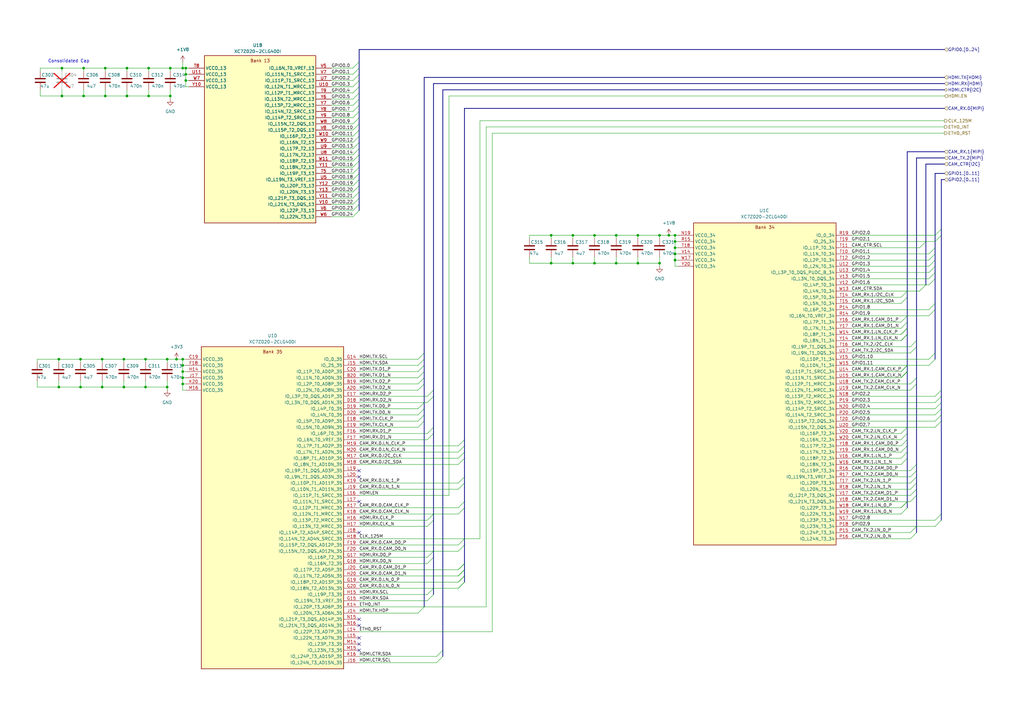
<source format=kicad_sch>
(kicad_sch (version 20250114) (generator "eeschema") (generator_version "9.0")
  (paper "A3")
  (title_block (title "Zynq FPGA IO") (date "2025-09-13") (rev "A"))
  (text "Consolidated Cap" (at 28.194 25.146 0) (effects (font (size 1.27 1.27))))
  (junction (at 252.73 107.95))
  (junction (at 76.2 33.02))
  (junction (at 261.62 96.52))
  (junction (at 68.58 147.32))
  (junction (at 41.91 147.32))
  (junction (at 276.86 99.06))
  (junction (at 261.62 107.95))
  (junction (at 276.86 101.6))
  (junction (at 33.02 158.75))
  (junction (at 59.69 158.75))
  (junction (at 60.96 39.37))
  (junction (at 50.8 158.75))
  (junction (at 69.85 39.37))
  (junction (at 43.18 39.37))
  (junction (at 34.29 27.94))
  (junction (at 60.96 27.94))
  (junction (at 74.93 147.32))
  (junction (at 234.95 96.52))
  (junction (at 276.86 106.68))
  (junction (at 234.95 107.95))
  (junction (at 74.93 154.94))
  (junction (at 50.8 147.32))
  (junction (at 74.93 149.86))
  (junction (at 74.93 157.48))
  (junction (at 25.4 39.37))
  (junction (at 74.93 152.4))
  (junction (at 52.07 39.37))
  (junction (at 270.51 107.95))
  (junction (at 226.06 96.52))
  (junction (at 25.4 27.94))
  (junction (at 270.51 96.52))
  (junction (at 274.32 96.52))
  (junction (at 72.39 147.32))
  (junction (at 33.02 147.32))
  (junction (at 226.06 107.95))
  (junction (at 252.73 96.52))
  (junction (at 74.93 27.94))
  (junction (at 59.69 147.32))
  (junction (at 24.13 147.32))
  (junction (at 52.07 27.94))
  (junction (at 76.2 30.48))
  (junction (at 68.58 158.75))
  (junction (at 276.86 96.52))
  (junction (at 76.2 27.94))
  (junction (at 41.91 158.75))
  (junction (at 43.18 27.94))
  (junction (at 276.86 104.14))
  (junction (at 243.84 107.95))
  (junction (at 34.29 39.37))
  (junction (at 243.84 96.52))
  (junction (at 69.85 27.94))
  (junction (at 24.13 158.75))
  (no_connect (at 147.32 256.54))
  (no_connect (at 147.32 261.62))
  (no_connect (at 147.32 205.74))
  (no_connect (at 147.32 264.16))
  (no_connect (at 147.32 266.7))
  (no_connect (at 147.32 193.04))
  (no_connect (at 147.32 195.58))
  (no_connect (at 147.32 254))
  (no_connect (at 147.32 218.44))
  (bus_entry (at 383.54 104.14) (size -2.54 2.54))
  (bus_entry (at 386.08 165.1) (size -2.54 2.54))
  (bus_entry (at 173.99 170.18) (size -2.54 2.54))
  (bus_entry (at 372.11 152.4) (size -2.54 2.54))
  (bus_entry (at 369.57 121.92) (size 2.54 -2.54))
  (bus_entry (at 372.11 132.08) (size -2.54 2.54))
  (bus_entry (at 177.8 177.8) (size -2.54 2.54))
  (bus_entry (at 190.5 185.42) (size -2.54 2.54))
  (bus_entry (at 190.5 233.68) (size -2.54 2.54))
  (bus_entry (at 177.8 160.02) (size -2.54 2.54))
  (bus_entry (at 383.54 111.76) (size -2.54 2.54))
  (bus_entry (at 375.92 198.12) (size -2.54 2.54))
  (bus_entry (at 147.32 68.58) (size -2.54 2.54))
  (bus_entry (at 372.11 134.62) (size -2.54 2.54))
  (bus_entry (at 383.54 101.6) (size -2.54 2.54))
  (bus_entry (at 147.32 30.48) (size -2.54 2.54))
  (bus_entry (at 372.11 152.4) (size -2.54 2.54))
  (bus_entry (at 190.5 231.14) (size -2.54 2.54))
  (bus_entry (at 177.8 226.06) (size -2.54 2.54))
  (bus_entry (at 177.8 213.36) (size -2.54 2.54))
  (bus_entry (at 171.45 152.4) (size 2.54 -2.54))
  (bus_entry (at 190.5 223.52) (size -2.54 2.54))
  (bus_entry (at 375.92 195.58) (size -2.54 2.54))
  (bus_entry (at 190.5 198.12) (size -2.54 2.54))
  (bus_entry (at 181.61 269.24) (size -2.54 2.54))
  (bus_entry (at 372.11 149.86) (size -2.54 2.54))
  (bus_entry (at 372.11 152.4) (size -2.54 2.54))
  (bus_entry (at 190.5 205.74) (size -2.54 2.54))
  (bus_entry (at 147.32 40.64) (size -2.54 2.54))
  (bus_entry (at 173.99 147.32) (size -2.54 2.54))
  (bus_entry (at 386.08 167.64) (size -2.54 2.54))
  (bus_entry (at 372.11 180.34) (size -2.54 2.54))
  (bus_entry (at 147.32 78.74) (size -2.54 2.54))
  (bus_entry (at 173.99 165.1) (size -2.54 2.54))
  (bus_entry (at 190.5 231.14) (size -2.54 2.54))
  (bus_entry (at 386.08 160.02) (size -2.54 2.54))
  (bus_entry (at 383.54 147.32) (size -2.54 2.54))
  (bus_entry (at 375.92 142.24) (size -2.54 2.54))
  (bus_entry (at 190.5 236.22) (size -2.54 2.54))
  (bus_entry (at 372.11 177.8) (size -2.54 2.54))
  (bus_entry (at 190.5 195.58) (size -2.54 2.54))
  (bus_entry (at 386.08 162.56) (size -2.54 2.54))
  (bus_entry (at 375.92 139.7) (size -2.54 2.54))
  (bus_entry (at 383.54 96.52) (size 2.54 -2.54))
  (bus_entry (at 379.73 99.06) (size -2.54 2.54))
  (bus_entry (at 372.11 208.28) (size -2.54 2.54))
  (bus_entry (at 375.92 200.66) (size -2.54 2.54))
  (bus_entry (at 375.92 154.94) (size -2.54 2.54))
  (bus_entry (at 147.32 50.8) (size -2.54 2.54))
  (bus_entry (at 190.5 238.76) (size -2.54 2.54))
  (bus_entry (at 383.54 109.22) (size -2.54 2.54))
  (bus_entry (at 369.57 124.46) (size 2.54 -2.54))
  (bus_entry (at 177.8 228.6) (size -2.54 2.54))
  (bus_entry (at 147.32 43.18) (size -2.54 2.54))
  (bus_entry (at 147.32 58.42) (size -2.54 2.54))
  (bus_entry (at 372.11 149.86) (size -2.54 2.54))
  (bus_entry (at 173.99 248.92) (size -2.54 2.54))
  (bus_entry (at 383.54 124.46) (size -2.54 2.54))
  (bus_entry (at 173.99 167.64) (size -2.54 2.54))
  (bus_entry (at 147.32 81.28) (size -2.54 2.54))
  (bus_entry (at 147.32 45.72) (size -2.54 2.54))
  (bus_entry (at 173.99 172.72) (size -2.54 2.54))
  (bus_entry (at 372.11 137.16) (size -2.54 2.54))
  (bus_entry (at 372.11 205.74) (size -2.54 2.54))
  (bus_entry (at 147.32 25.4) (size -2.54 2.54))
  (bus_entry (at 383.54 144.78) (size -2.54 2.54))
  (bus_entry (at 190.5 187.96) (size -2.54 2.54))
  (bus_entry (at 386.08 96.52) (size -2.54 2.54))
  (bus_entry (at 147.32 71.12) (size -2.54 2.54))
  (bus_entry (at 190.5 208.28) (size -2.54 2.54))
  (bus_entry (at 375.92 218.44) (size -2.54 2.54))
  (bus_entry (at 375.92 157.48) (size -2.54 2.54))
  (bus_entry (at 372.11 137.16) (size -2.54 2.54))
  (bus_entry (at 147.32 38.1) (size -2.54 2.54))
  (bus_entry (at 372.11 175.26) (size -2.54 2.54))
  (bus_entry (at 375.92 215.9) (size -2.54 2.54))
  (bus_entry (at 383.54 106.68) (size -2.54 2.54))
  (bus_entry (at 383.54 114.3) (size -2.54 2.54))
  (bus_entry (at 173.99 157.48) (size -2.54 2.54))
  (bus_entry (at 144.78 88.9) (size 2.54 -2.54))
  (bus_entry (at 147.32 63.5) (size -2.54 2.54))
  (bus_entry (at 147.32 76.2) (size -2.54 2.54))
  (bus_entry (at 173.99 154.94) (size -2.54 2.54))
  (bus_entry (at 147.32 33.02) (size -2.54 2.54))
  (bus_entry (at 375.92 190.5) (size -2.54 2.54))
  (bus_entry (at 173.99 144.78) (size -2.54 2.54))
  (bus_entry (at 147.32 60.96) (size -2.54 2.54))
  (bus_entry (at 147.32 35.56) (size -2.54 2.54))
  (bus_entry (at 175.26 213.36) (size 2.54 -2.54))
  (bus_entry (at 372.11 187.96) (size -2.54 2.54))
  (bus_entry (at 177.8 243.84) (size -2.54 2.54))
  (bus_entry (at 372.11 185.42) (size -2.54 2.54))
  (bus_entry (at 375.92 203.2) (size -2.54 2.54))
  (bus_entry (at 173.99 152.4) (size -2.54 2.54))
  (bus_entry (at 147.32 66.04) (size -2.54 2.54))
  (bus_entry (at 386.08 210.82) (size -2.54 2.54))
  (bus_entry (at 147.32 53.34) (size -2.54 2.54))
  (bus_entry (at 181.61 266.7) (size -2.54 2.54))
  (bus_entry (at 147.32 48.26) (size -2.54 2.54))
  (bus_entry (at 147.32 55.88) (size -2.54 2.54))
  (bus_entry (at 177.8 175.26) (size -2.54 2.54))
  (bus_entry (at 147.32 83.82) (size -2.54 2.54))
  (bus_entry (at 177.8 241.3) (size -2.54 2.54))
  (bus_entry (at 372.11 205.74) (size -2.54 2.54))
  (bus_entry (at 383.54 215.9) (size 2.54 -2.54))
  (bus_entry (at 386.08 172.72) (size -2.54 2.54))
  (bus_entry (at 147.32 73.66) (size -2.54 2.54))
  (bus_entry (at 372.11 129.54) (size -2.54 2.54))
  (bus_entry (at 190.5 233.68) (size -2.54 2.54))
  (bus_entry (at 372.11 134.62) (size -2.54 2.54))
  (bus_entry (at 190.5 180.34) (size -2.54 2.54))
  (bus_entry (at 372.11 182.88) (size -2.54 2.54))
  (bus_entry (at 190.5 220.98) (size -2.54 2.54))
  (bus_entry (at 190.5 236.22) (size -2.54 2.54))
  (bus_entry (at 177.8 162.56) (size -2.54 2.54))
  (bus_entry (at 377.19 119.38) (size 2.54 -2.54))
  (bus_entry (at 147.32 27.94) (size -2.54 2.54))
  (bus_entry (at 375.92 193.04) (size -2.54 2.54))
  (bus_entry (at 190.5 238.76) (size -2.54 2.54))
  (bus_entry (at 190.5 182.88) (size -2.54 2.54))
  (bus_entry (at 383.54 127) (size -2.54 2.54))
  (bus_entry (at 386.08 170.18) (size -2.54 2.54))
  (wire (pts (xy 41.91 158.75) (xy 50.8 158.75)))
  (wire (pts (xy 135.89 81.28) (xy 144.78 81.28)))
  (bus (pts (xy 383.54 109.22) (xy 383.54 111.76)))
  (wire (pts (xy 217.17 96.52) (xy 226.06 96.52)))
  (wire (pts (xy 349.25 114.3) (xy 381 114.3)))
  (wire (pts (xy 24.13 158.75) (xy 33.02 158.75)))
  (bus (pts (xy 372.11 121.92) (xy 372.11 129.54)))
  (wire (pts (xy 196.85 49.53) (xy 196.85 220.98)))
  (wire (pts (xy 147.32 149.86) (xy 171.45 149.86)))
  (wire (pts (xy 41.91 147.32) (xy 50.8 147.32)))
  (bus (pts (xy 190.5 236.22) (xy 190.5 238.76)))
  (bus (pts (xy 147.32 81.28) (xy 147.32 83.82)))
  (wire (pts (xy 375.92 215.9) (xy 383.54 215.9)))
  (wire (pts (xy 276.86 99.06) (xy 278.13 99.06)))
  (wire (pts (xy 349.25 200.66) (xy 373.38 200.66)))
  (bus (pts (xy 147.32 55.88) (xy 147.32 58.42)))
  (bus (pts (xy 383.54 101.6) (xy 383.54 104.14)))
  (wire (pts (xy 43.18 36.83) (xy 43.18 39.37)))
  (wire (pts (xy 135.89 50.8) (xy 144.78 50.8)))
  (wire (pts (xy 69.85 27.94) (xy 69.85 29.21)))
  (bus (pts (xy 383.54 104.14) (xy 383.54 106.68)))
  (bus (pts (xy 190.5 182.88) (xy 190.5 185.42)))
  (wire (pts (xy 147.32 226.06) (xy 177.8 226.06)))
  (bus (pts (xy 375.92 64.77) (xy 375.92 139.7)))
  (bus (pts (xy 375.92 200.66) (xy 375.92 198.12)))
  (bus (pts (xy 173.99 147.32) (xy 173.99 149.86)))
  (wire (pts (xy 261.62 96.52) (xy 270.51 96.52)))
  (wire (pts (xy 76.2 157.48) (xy 74.93 157.48)))
  (bus (pts (xy 375.92 215.9) (xy 375.92 203.2)))
  (bus (pts (xy 386.08 172.72) (xy 386.08 210.82)))
  (wire (pts (xy 276.86 101.6) (xy 278.13 101.6)))
  (wire (pts (xy 135.89 58.42) (xy 144.78 58.42)))
  (wire (pts (xy 276.86 106.68) (xy 276.86 109.22)))
  (bus (pts (xy 190.5 205.74) (xy 190.5 208.28)))
  (bus (pts (xy 375.92 203.2) (xy 375.92 200.66)))
  (wire (pts (xy 226.06 107.95) (xy 234.95 107.95)))
  (bus (pts (xy 147.32 40.64) (xy 147.32 43.18)))
  (wire (pts (xy 184.15 39.37) (xy 184.15 203.2)))
  (bus (pts (xy 190.5 44.45) (xy 190.5 180.34)))
  (wire (pts (xy 52.07 27.94) (xy 52.07 29.21)))
  (wire (pts (xy 349.25 195.58) (xy 373.38 195.58)))
  (wire (pts (xy 387.35 39.37) (xy 184.15 39.37)))
  (bus (pts (xy 386.08 162.56) (xy 386.08 165.1)))
  (bus (pts (xy 386.08 96.52) (xy 386.08 160.02)))
  (wire (pts (xy 147.32 147.32) (xy 171.45 147.32)))
  (bus (pts (xy 372.11 182.88) (xy 372.11 185.42)))
  (bus (pts (xy 147.32 53.34) (xy 147.32 55.88)))
  (wire (pts (xy 199.39 248.92) (xy 173.99 248.92)))
  (bus (pts (xy 147.32 25.4) (xy 147.32 27.94)))
  (wire (pts (xy 349.25 111.76) (xy 381 111.76)))
  (bus (pts (xy 375.92 190.5) (xy 375.92 157.48)))
  (bus (pts (xy 383.54 96.52) (xy 383.54 99.06)))
  (bus (pts (xy 190.5 220.98) (xy 190.5 223.52)))
  (wire (pts (xy 349.25 175.26) (xy 372.11 175.26)))
  (wire (pts (xy 16.51 27.94) (xy 25.4 27.94)))
  (bus (pts (xy 383.54 124.46) (xy 383.54 127)))
  (wire (pts (xy 383.54 96.52) (xy 349.25 96.52)))
  (wire (pts (xy 226.06 105.41) (xy 226.06 107.95)))
  (bus (pts (xy 375.92 218.44) (xy 375.92 215.9)))
  (bus (pts (xy 372.11 187.96) (xy 372.11 205.74)))
  (wire (pts (xy 243.84 97.79) (xy 243.84 96.52)))
  (bus (pts (xy 372.11 185.42) (xy 372.11 187.96)))
  (wire (pts (xy 349.25 149.86) (xy 372.11 149.86)))
  (wire (pts (xy 175.26 180.34) (xy 147.32 180.34)))
  (wire (pts (xy 278.13 109.22) (xy 276.86 109.22)))
  (wire (pts (xy 15.24 147.32) (xy 24.13 147.32)))
  (bus (pts (xy 383.54 106.68) (xy 383.54 109.22)))
  (bus (pts (xy 372.11 62.23) (xy 372.11 119.38)))
  (wire (pts (xy 74.93 147.32) (xy 76.2 147.32)))
  (bus (pts (xy 379.73 67.31) (xy 379.73 99.06)))
  (wire (pts (xy 349.25 210.82) (xy 369.57 210.82)))
  (wire (pts (xy 34.29 36.83) (xy 34.29 39.37)))
  (wire (pts (xy 147.32 215.9) (xy 175.26 215.9)))
  (wire (pts (xy 59.69 147.32) (xy 68.58 147.32)))
  (wire (pts (xy 187.96 223.52) (xy 147.32 223.52)))
  (wire (pts (xy 349.25 182.88) (xy 369.57 182.88)))
  (wire (pts (xy 252.73 105.41) (xy 252.73 107.95)))
  (bus (pts (xy 372.11 129.54) (xy 372.11 132.08)))
  (wire (pts (xy 16.51 29.21) (xy 16.51 27.94)))
  (wire (pts (xy 349.25 129.54) (xy 372.11 129.54)))
  (wire (pts (xy 135.89 53.34) (xy 144.78 53.34)))
  (wire (pts (xy 135.89 63.5) (xy 144.78 63.5)))
  (wire (pts (xy 59.69 147.32) (xy 59.69 148.59)))
  (wire (pts (xy 147.32 251.46) (xy 171.45 251.46)))
  (bus (pts (xy 386.08 170.18) (xy 386.08 172.72)))
  (wire (pts (xy 52.07 27.94) (xy 60.96 27.94)))
  (wire (pts (xy 234.95 96.52) (xy 234.95 97.79)))
  (wire (pts (xy 147.32 190.5) (xy 187.96 190.5)))
  (wire (pts (xy 372.11 149.86) (xy 381 149.86)))
  (bus (pts (xy 177.8 34.29) (xy 177.8 160.02)))
  (bus (pts (xy 147.32 45.72) (xy 147.32 48.26)))
  (wire (pts (xy 171.45 160.02) (xy 147.32 160.02)))
  (bus (pts (xy 147.32 20.32) (xy 147.32 25.4)))
  (wire (pts (xy 69.85 36.83) (xy 69.85 39.37)))
  (bus (pts (xy 387.35 31.75) (xy 173.99 31.75)))
  (wire (pts (xy 68.58 147.32) (xy 68.58 148.59)))
  (wire (pts (xy 349.25 157.48) (xy 373.38 157.48)))
  (wire (pts (xy 349.25 185.42) (xy 369.57 185.42)))
  (bus (pts (xy 375.92 193.04) (xy 375.92 190.5)))
  (bus (pts (xy 372.11 177.8) (xy 372.11 180.34)))
  (wire (pts (xy 349.25 121.92) (xy 369.57 121.92)))
  (wire (pts (xy 349.25 99.06) (xy 379.73 99.06)))
  (wire (pts (xy 135.89 88.9) (xy 144.78 88.9)))
  (wire (pts (xy 15.24 156.21) (xy 15.24 158.75)))
  (wire (pts (xy 349.25 144.78) (xy 373.38 144.78)))
  (wire (pts (xy 187.96 238.76) (xy 147.32 238.76)))
  (bus (pts (xy 173.99 31.75) (xy 173.99 144.78)))
  (wire (pts (xy 349.25 170.18) (xy 383.54 170.18)))
  (wire (pts (xy 74.93 25.4) (xy 74.93 27.94)))
  (bus (pts (xy 387.35 20.32) (xy 147.32 20.32)))
  (wire (pts (xy 147.32 233.68) (xy 187.96 233.68)))
  (bus (pts (xy 372.11 205.74) (xy 372.11 208.28)))
  (bus (pts (xy 190.5 195.58) (xy 190.5 198.12)))
  (wire (pts (xy 69.85 40.64) (xy 69.85 39.37)))
  (wire (pts (xy 74.93 147.32) (xy 74.93 149.86)))
  (wire (pts (xy 387.35 52.07) (xy 199.39 52.07)))
  (bus (pts (xy 383.54 111.76) (xy 383.54 114.3)))
  (wire (pts (xy 135.89 55.88) (xy 144.78 55.88)))
  (wire (pts (xy 76.2 30.48) (xy 77.47 30.48)))
  (wire (pts (xy 76.2 30.48) (xy 76.2 33.02)))
  (wire (pts (xy 349.25 154.94) (xy 369.57 154.94)))
  (wire (pts (xy 276.86 96.52) (xy 276.86 99.06)))
  (wire (pts (xy 24.13 156.21) (xy 24.13 158.75)))
  (wire (pts (xy 60.96 27.94) (xy 60.96 29.21)))
  (wire (pts (xy 349.25 190.5) (xy 369.57 190.5)))
  (wire (pts (xy 349.25 193.04) (xy 373.38 193.04)))
  (bus (pts (xy 173.99 152.4) (xy 173.99 154.94)))
  (wire (pts (xy 68.58 160.02) (xy 68.58 158.75)))
  (wire (pts (xy 349.25 137.16) (xy 369.57 137.16)))
  (wire (pts (xy 349.25 215.9) (xy 375.92 215.9)))
  (bus (pts (xy 173.99 172.72) (xy 173.99 248.92)))
  (bus (pts (xy 387.35 62.23) (xy 372.11 62.23)))
  (bus (pts (xy 147.32 30.48) (xy 147.32 33.02)))
  (bus (pts (xy 375.92 195.58) (xy 375.92 193.04)))
  (wire (pts (xy 261.62 96.52) (xy 261.62 97.79)))
  (bus (pts (xy 147.32 27.94) (xy 147.32 30.48)))
  (wire (pts (xy 76.2 35.56) (xy 77.47 35.56)))
  (wire (pts (xy 234.95 105.41) (xy 234.95 107.95)))
  (bus (pts (xy 190.5 223.52) (xy 190.5 231.14)))
  (wire (pts (xy 276.86 104.14) (xy 278.13 104.14)))
  (wire (pts (xy 372.11 129.54) (xy 381 129.54)))
  (wire (pts (xy 377.19 101.6) (xy 349.25 101.6)))
  (wire (pts (xy 349.25 187.96) (xy 369.57 187.96)))
  (wire (pts (xy 147.32 167.64) (xy 171.45 167.64)))
  (wire (pts (xy 34.29 27.94) (xy 34.29 29.21)))
  (wire (pts (xy 270.51 105.41) (xy 270.51 107.95)))
  (wire (pts (xy 135.89 35.56) (xy 144.78 35.56)))
  (wire (pts (xy 147.32 213.36) (xy 175.26 213.36)))
  (bus (pts (xy 387.35 44.45) (xy 190.5 44.45)))
  (wire (pts (xy 349.25 203.2) (xy 373.38 203.2)))
  (wire (pts (xy 349.25 132.08) (xy 369.57 132.08)))
  (wire (pts (xy 173.99 165.1) (xy 175.26 165.1)))
  (wire (pts (xy 135.89 48.26) (xy 144.78 48.26)))
  (wire (pts (xy 274.32 96.52) (xy 276.86 96.52)))
  (bus (pts (xy 372.11 137.16) (xy 372.11 149.86)))
  (wire (pts (xy 147.32 236.22) (xy 187.96 236.22)))
  (bus (pts (xy 147.32 38.1) (xy 147.32 40.64)))
  (wire (pts (xy 43.18 29.21) (xy 43.18 27.94)))
  (wire (pts (xy 34.29 39.37) (xy 43.18 39.37)))
  (wire (pts (xy 135.89 27.94) (xy 144.78 27.94)))
  (wire (pts (xy 50.8 147.32) (xy 59.69 147.32)))
  (wire (pts (xy 147.32 200.66) (xy 187.96 200.66)))
  (wire (pts (xy 147.32 182.88) (xy 187.96 182.88)))
  (bus (pts (xy 147.32 63.5) (xy 147.32 66.04)))
  (bus (pts (xy 386.08 73.66) (xy 386.08 93.98)))
  (wire (pts (xy 76.2 33.02) (xy 76.2 35.56)))
  (wire (pts (xy 278.13 106.68) (xy 276.86 106.68)))
  (wire (pts (xy 217.17 107.95) (xy 226.06 107.95)))
  (wire (pts (xy 261.62 107.95) (xy 270.51 107.95)))
  (wire (pts (xy 184.15 203.2) (xy 147.32 203.2)))
  (wire (pts (xy 349.25 165.1) (xy 383.54 165.1)))
  (wire (pts (xy 270.51 96.52) (xy 274.32 96.52)))
  (wire (pts (xy 175.26 162.56) (xy 147.32 162.56)))
  (wire (pts (xy 226.06 96.52) (xy 226.06 97.79)))
  (wire (pts (xy 135.89 83.82) (xy 144.78 83.82)))
  (bus (pts (xy 379.73 99.06) (xy 379.73 116.84)))
  (wire (pts (xy 33.02 147.32) (xy 41.91 147.32)))
  (wire (pts (xy 349.25 172.72) (xy 383.54 172.72)))
  (wire (pts (xy 349.25 213.36) (xy 383.54 213.36)))
  (wire (pts (xy 135.89 73.66) (xy 144.78 73.66)))
  (wire (pts (xy 179.07 271.78) (xy 147.32 271.78)))
  (wire (pts (xy 24.13 147.32) (xy 24.13 148.59)))
  (wire (pts (xy 33.02 147.32) (xy 33.02 148.59)))
  (bus (pts (xy 383.54 127) (xy 383.54 144.78)))
  (wire (pts (xy 199.39 52.07) (xy 199.39 248.92)))
  (wire (pts (xy 270.51 109.22) (xy 270.51 107.95)))
  (wire (pts (xy 372.11 175.26) (xy 383.54 175.26)))
  (wire (pts (xy 173.99 248.92) (xy 147.32 248.92)))
  (bus (pts (xy 375.92 64.77) (xy 387.35 64.77)))
  (wire (pts (xy 171.45 172.72) (xy 147.32 172.72)))
  (wire (pts (xy 135.89 66.04) (xy 144.78 66.04)))
  (bus (pts (xy 190.5 198.12) (xy 190.5 205.74)))
  (wire (pts (xy 196.85 220.98) (xy 190.5 220.98)))
  (wire (pts (xy 349.25 167.64) (xy 383.54 167.64)))
  (wire (pts (xy 25.4 27.94) (xy 25.4 29.21)))
  (bus (pts (xy 173.99 165.1) (xy 173.99 167.64)))
  (wire (pts (xy 177.8 241.3) (xy 187.96 241.3)))
  (wire (pts (xy 41.91 156.21) (xy 41.91 158.75)))
  (bus (pts (xy 383.54 114.3) (xy 383.54 124.46)))
  (wire (pts (xy 15.24 148.59) (xy 15.24 147.32)))
  (wire (pts (xy 135.89 40.64) (xy 144.78 40.64)))
  (wire (pts (xy 135.89 45.72) (xy 144.78 45.72)))
  (wire (pts (xy 261.62 105.41) (xy 261.62 107.95)))
  (wire (pts (xy 74.93 154.94) (xy 74.93 157.48)))
  (bus (pts (xy 190.5 233.68) (xy 190.5 236.22)))
  (wire (pts (xy 60.96 36.83) (xy 60.96 39.37)))
  (wire (pts (xy 16.51 39.37) (xy 25.4 39.37)))
  (wire (pts (xy 15.24 158.75) (xy 24.13 158.75)))
  (wire (pts (xy 60.96 27.94) (xy 69.85 27.94)))
  (bus (pts (xy 147.32 78.74) (xy 147.32 81.28)))
  (wire (pts (xy 349.25 160.02) (xy 373.38 160.02)))
  (wire (pts (xy 33.02 156.21) (xy 33.02 158.75)))
  (bus (pts (xy 387.35 36.83) (xy 181.61 36.83)))
  (wire (pts (xy 349.25 198.12) (xy 373.38 198.12)))
  (wire (pts (xy 349.25 162.56) (xy 383.54 162.56)))
  (wire (pts (xy 187.96 187.96) (xy 147.32 187.96)))
  (bus (pts (xy 372.11 132.08) (xy 372.11 134.62)))
  (wire (pts (xy 147.32 259.08) (xy 201.93 259.08)))
  (wire (pts (xy 179.07 269.24) (xy 147.32 269.24)))
  (bus (pts (xy 147.32 58.42) (xy 147.32 60.96)))
  (wire (pts (xy 50.8 156.21) (xy 50.8 158.75)))
  (wire (pts (xy 25.4 27.94) (xy 34.29 27.94)))
  (wire (pts (xy 68.58 147.32) (xy 72.39 147.32)))
  (bus (pts (xy 372.11 180.34) (xy 372.11 182.88)))
  (bus (pts (xy 181.61 36.83) (xy 181.61 266.7)))
  (bus (pts (xy 173.99 154.94) (xy 173.99 157.48)))
  (wire (pts (xy 147.32 177.8) (xy 175.26 177.8)))
  (bus (pts (xy 177.8 162.56) (xy 177.8 175.26)))
  (wire (pts (xy 349.25 109.22) (xy 381 109.22)))
  (bus (pts (xy 383.54 71.12) (xy 383.54 96.52)))
  (wire (pts (xy 381 127) (xy 349.25 127)))
  (bus (pts (xy 177.8 175.26) (xy 177.8 177.8)))
  (wire (pts (xy 135.89 86.36) (xy 144.78 86.36)))
  (bus (pts (xy 386.08 165.1) (xy 386.08 167.64)))
  (wire (pts (xy 252.73 107.95) (xy 261.62 107.95)))
  (bus (pts (xy 386.08 167.64) (xy 386.08 170.18)))
  (bus (pts (xy 177.8 210.82) (xy 177.8 213.36)))
  (bus (pts (xy 177.8 160.02) (xy 177.8 162.56)))
  (wire (pts (xy 252.73 96.52) (xy 261.62 96.52)))
  (bus (pts (xy 147.32 83.82) (xy 147.32 86.36)))
  (wire (pts (xy 187.96 226.06) (xy 177.8 226.06)))
  (wire (pts (xy 147.32 165.1) (xy 173.99 165.1)))
  (wire (pts (xy 349.25 218.44) (xy 373.38 218.44)))
  (wire (pts (xy 25.4 36.83) (xy 25.4 39.37)))
  (wire (pts (xy 147.32 220.98) (xy 190.5 220.98)))
  (wire (pts (xy 349.25 139.7) (xy 369.57 139.7)))
  (wire (pts (xy 147.32 185.42) (xy 187.96 185.42)))
  (wire (pts (xy 147.32 228.6) (xy 175.26 228.6)))
  (wire (pts (xy 52.07 36.83) (xy 52.07 39.37)))
  (wire (pts (xy 379.73 116.84) (xy 381 116.84)))
  (bus (pts (xy 147.32 76.2) (xy 147.32 78.74)))
  (wire (pts (xy 349.25 180.34) (xy 369.57 180.34)))
  (wire (pts (xy 147.32 231.14) (xy 175.26 231.14)))
  (wire (pts (xy 387.35 54.61) (xy 201.93 54.61)))
  (wire (pts (xy 349.25 142.24) (xy 373.38 142.24)))
  (wire (pts (xy 147.32 208.28) (xy 187.96 208.28)))
  (wire (pts (xy 147.32 170.18) (xy 171.45 170.18)))
  (wire (pts (xy 349.25 134.62) (xy 369.57 134.62)))
  (wire (pts (xy 201.93 54.61) (xy 201.93 259.08)))
  (wire (pts (xy 33.02 158.75) (xy 41.91 158.75)))
  (wire (pts (xy 349.25 119.38) (xy 372.11 119.38)))
  (wire (pts (xy 147.32 246.38) (xy 175.26 246.38)))
  (wire (pts (xy 349.25 116.84) (xy 379.73 116.84)))
  (wire (pts (xy 234.95 107.95) (xy 243.84 107.95)))
  (wire (pts (xy 68.58 156.21) (xy 68.58 158.75)))
  (bus (pts (xy 386.08 160.02) (xy 386.08 162.56)))
  (wire (pts (xy 76.2 27.94) (xy 77.47 27.94)))
  (bus (pts (xy 147.32 50.8) (xy 147.32 53.34)))
  (bus (pts (xy 383.54 99.06) (xy 383.54 101.6)))
  (wire (pts (xy 69.85 27.94) (xy 74.93 27.94)))
  (bus (pts (xy 173.99 149.86) (xy 173.99 152.4)))
  (bus (pts (xy 173.99 157.48) (xy 173.99 165.1)))
  (wire (pts (xy 243.84 107.95) (xy 252.73 107.95)))
  (wire (pts (xy 147.32 157.48) (xy 171.45 157.48)))
  (bus (pts (xy 372.11 175.26) (xy 372.11 177.8)))
  (wire (pts (xy 349.25 106.68) (xy 381 106.68)))
  (bus (pts (xy 147.32 43.18) (xy 147.32 45.72)))
  (wire (pts (xy 252.73 96.52) (xy 252.73 97.79)))
  (wire (pts (xy 349.25 205.74) (xy 372.11 205.74)))
  (wire (pts (xy 226.06 96.52) (xy 234.95 96.52)))
  (wire (pts (xy 147.32 210.82) (xy 177.8 210.82)))
  (wire (pts (xy 16.51 36.83) (xy 16.51 39.37)))
  (wire (pts (xy 276.86 96.52) (xy 278.13 96.52)))
  (bus (pts (xy 387.35 67.31) (xy 379.73 67.31)))
  (wire (pts (xy 74.93 154.94) (xy 76.2 154.94)))
  (wire (pts (xy 372.11 119.38) (xy 377.19 119.38)))
  (wire (pts (xy 59.69 156.21) (xy 59.69 158.75)))
  (bus (pts (xy 387.35 73.66) (xy 386.08 73.66)))
  (bus (pts (xy 177.8 177.8) (xy 177.8 210.82)))
  (wire (pts (xy 243.84 105.41) (xy 243.84 107.95)))
  (wire (pts (xy 243.84 96.52) (xy 252.73 96.52)))
  (wire (pts (xy 43.18 39.37) (xy 52.07 39.37)))
  (wire (pts (xy 59.69 158.75) (xy 68.58 158.75)))
  (bus (pts (xy 190.5 208.28) (xy 190.5 220.98)))
  (wire (pts (xy 276.86 106.68) (xy 276.86 104.14)))
  (wire (pts (xy 60.96 39.37) (xy 69.85 39.37)))
  (wire (pts (xy 50.8 158.75) (xy 59.69 158.75)))
  (wire (pts (xy 372.11 205.74) (xy 373.38 205.74)))
  (wire (pts (xy 74.93 160.02) (xy 74.93 157.48)))
  (wire (pts (xy 74.93 27.94) (xy 76.2 27.94)))
  (bus (pts (xy 147.32 71.12) (xy 147.32 73.66)))
  (wire (pts (xy 135.89 38.1) (xy 144.78 38.1)))
  (wire (pts (xy 349.25 147.32) (xy 381 147.32)))
  (wire (pts (xy 135.89 68.58) (xy 144.78 68.58)))
  (wire (pts (xy 74.93 152.4) (xy 76.2 152.4)))
  (wire (pts (xy 147.32 154.94) (xy 171.45 154.94)))
  (wire (pts (xy 147.32 198.12) (xy 187.96 198.12)))
  (bus (pts (xy 386.08 93.98) (xy 386.08 96.52)))
  (bus (pts (xy 190.5 180.34) (xy 190.5 182.88)))
  (wire (pts (xy 135.89 71.12) (xy 144.78 71.12)))
  (wire (pts (xy 50.8 147.32) (xy 50.8 148.59)))
  (bus (pts (xy 190.5 231.14) (xy 190.5 233.68)))
  (wire (pts (xy 34.29 27.94) (xy 43.18 27.94)))
  (bus (pts (xy 147.32 35.56) (xy 147.32 38.1)))
  (wire (pts (xy 177.8 210.82) (xy 187.96 210.82)))
  (bus (pts (xy 147.32 48.26) (xy 147.32 50.8)))
  (bus (pts (xy 147.32 73.66) (xy 147.32 76.2)))
  (wire (pts (xy 379.73 99.06) (xy 383.54 99.06)))
  (wire (pts (xy 270.51 96.52) (xy 270.51 97.79)))
  (bus (pts (xy 173.99 144.78) (xy 173.99 147.32)))
  (wire (pts (xy 147.32 241.3) (xy 177.8 241.3)))
  (bus (pts (xy 375.92 157.48) (xy 375.92 154.94)))
  (bus (pts (xy 190.5 185.42) (xy 190.5 187.96)))
  (wire (pts (xy 74.93 152.4) (xy 74.93 154.94)))
  (wire (pts (xy 147.32 243.84) (xy 175.26 243.84)))
  (wire (pts (xy 387.35 49.53) (xy 196.85 49.53)))
  (wire (pts (xy 74.93 149.86) (xy 74.93 152.4)))
  (bus (pts (xy 147.32 68.58) (xy 147.32 71.12)))
  (wire (pts (xy 234.95 96.52) (xy 243.84 96.52)))
  (bus (pts (xy 372.11 152.4) (xy 372.11 175.26)))
  (bus (pts (xy 375.92 198.12) (xy 375.92 195.58)))
  (wire (pts (xy 52.07 39.37) (xy 60.96 39.37)))
  (bus (pts (xy 147.32 60.96) (xy 147.32 63.5)))
  (wire (pts (xy 217.17 105.41) (xy 217.17 107.95)))
  (bus (pts (xy 375.92 139.7) (xy 375.92 142.24)))
  (bus (pts (xy 372.11 134.62) (xy 372.11 137.16)))
  (wire (pts (xy 74.93 149.86) (xy 76.2 149.86)))
  (wire (pts (xy 25.4 39.37) (xy 34.29 39.37)))
  (wire (pts (xy 135.89 76.2) (xy 144.78 76.2)))
  (wire (pts (xy 24.13 147.32) (xy 33.02 147.32)))
  (wire (pts (xy 349.25 208.28) (xy 369.57 208.28)))
  (wire (pts (xy 76.2 33.02) (xy 77.47 33.02)))
  (wire (pts (xy 349.25 220.98) (xy 373.38 220.98)))
  (wire (pts (xy 147.32 175.26) (xy 171.45 175.26)))
  (bus (pts (xy 190.5 187.96) (xy 190.5 195.58)))
  (wire (pts (xy 276.86 99.06) (xy 276.86 101.6)))
  (wire (pts (xy 135.89 43.18) (xy 144.78 43.18)))
  (bus (pts (xy 386.08 210.82) (xy 386.08 213.36)))
  (wire (pts (xy 76.2 160.02) (xy 74.93 160.02)))
  (bus (pts (xy 387.35 71.12) (xy 383.54 71.12)))
  (bus (pts (xy 181.61 266.7) (xy 181.61 269.24)))
  (wire (pts (xy 349.25 104.14) (xy 381 104.14)))
  (wire (pts (xy 43.18 27.94) (xy 52.07 27.94)))
  (bus (pts (xy 372.11 149.86) (xy 372.11 152.4)))
  (wire (pts (xy 276.86 101.6) (xy 276.86 104.14)))
  (wire (pts (xy 135.89 30.48) (xy 144.78 30.48)))
  (bus (pts (xy 387.35 34.29) (xy 177.8 34.29)))
  (bus (pts (xy 383.54 144.78) (xy 383.54 147.32)))
  (wire (pts (xy 349.25 152.4) (xy 369.57 152.4)))
  (bus (pts (xy 177.8 213.36) (xy 177.8 226.06)))
  (bus (pts (xy 173.99 167.64) (xy 173.99 170.18)))
  (bus (pts (xy 177.8 226.06) (xy 177.8 228.6)))
  (wire (pts (xy 76.2 27.94) (xy 76.2 30.48)))
  (wire (pts (xy 349.25 177.8) (xy 369.57 177.8)))
  (wire (pts (xy 72.39 147.32) (xy 74.93 147.32)))
  (wire (pts (xy 135.89 33.02) (xy 144.78 33.02)))
  (bus (pts (xy 375.92 142.24) (xy 375.92 154.94)))
  (bus (pts (xy 177.8 228.6) (xy 177.8 241.3)))
  (wire (pts (xy 217.17 97.79) (xy 217.17 96.52)))
  (bus (pts (xy 147.32 33.02) (xy 147.32 35.56)))
  (bus (pts (xy 177.8 241.3) (xy 177.8 243.84)))
  (wire (pts (xy 147.32 152.4) (xy 171.45 152.4)))
  (wire (pts (xy 41.91 148.59) (xy 41.91 147.32)))
  (wire (pts (xy 135.89 60.96) (xy 144.78 60.96)))
  (bus (pts (xy 147.32 66.04) (xy 147.32 68.58)))
  (bus (pts (xy 173.99 170.18) (xy 173.99 172.72)))
  (wire (pts (xy 135.89 78.74) (xy 144.78 78.74)))
  (wire (pts (xy 349.25 124.46) (xy 369.57 124.46)))
  (bus (pts (xy 372.11 119.38) (xy 372.11 121.92)))
  (label "HDMI.RX.CLK_N" (at 147.32 215.9 0))
  (label "HDMI.RX.D1_N" (at 147.32 180.34 0))
  (label "CAM_RX.1.CAM_D0_N" (at 349.25 185.42 0))
  (label "CAM_TX.2.CAM_D0_N" (at 349.25 195.58 0))
  (label "CAM_TX.2.LN_1_N" (at 349.25 200.66 0))
  (label "CAM_RX.0.LN_1_P" (at 147.32 198.12 0))
  (label "GPIO2.9" (at 349.25 215.9 0))
  (label "GPIO0.12" (at 135.89 58.42 0))
  (label "CAM_RX.1.I2C_CLK" (at 349.25 121.92 0))
  (label "GPIO0.15" (at 135.89 66.04 0))
  (label "GPIO1.2" (at 349.25 106.68 0))
  (label "HDMI.RX.D1_P" (at 147.32 177.8 0))
  (label "HDMI.TX.D1_N" (at 147.32 154.94 0))
  (label "GPIO0.21" (at 135.89 81.28 0))
  (label "GPIO0.2" (at 135.89 33.02 0))
  (label "CAM_RX.0.CAM_D1_P" (at 147.32 233.68 0))
  (label "CAM_RX.1.I2C_SDA" (at 349.25 124.46 0))
  (label "CAM_RX.0.LN_CLK_N" (at 147.32 185.42 0))
  (label "HDMI.RX.D0_P" (at 147.32 228.6 0))
  (label "GPIO2.6" (at 349.25 172.72 0))
  (label "CAM_RX.0.CAM_D0_P" (at 147.32 223.52 0))
  (label "HDMI.RX.D0_N" (at 147.32 231.14 0))
  (label "CAM_TX.2.CAM_CLK_P" (at 349.25 157.48 0))
  (label "CAM_TX.2.LN_CLK_P" (at 349.25 177.8 0))
  (label "GPIO1.5" (at 349.25 114.3 0))
  (label "HDMI.TX.SDA" (at 147.32 149.86 0))
  (label "GPIO0.5" (at 135.89 40.64 0))
  (label "GPIO2.1" (at 349.25 99.06 0))
  (label "HDMI.RX.SCL" (at 147.32 243.84 0))
  (label "CAM_RX.0.LN_CLK_P" (at 147.32 182.88 0))
  (label "CAM_RX.0.CAM_CLK_N" (at 147.32 210.82 0))
  (label "CAM_TX.2.CAM_D1_N" (at 349.25 205.74 0))
  (label "GPIO0.22" (at 135.89 83.82 0))
  (label "CLK_125M" (at 147.32 220.98 0))
  (label "GPIO0.1" (at 135.89 30.48 0))
  (label "ETH0_RST" (at 147.32 259.08 0))
  (label "CAM_RX.1.LN_1_N" (at 349.25 190.5 0))
  (label "HDMI.TX.D2_P" (at 147.32 157.48 0))
  (label "GPIO0.6" (at 135.89 43.18 0))
  (label "CAM_RX.1.CAM_CLK_N" (at 349.25 154.94 0))
  (label "CAM_TX.2.LN_0_P" (at 349.25 218.44 0))
  (label "GPIO0.11" (at 135.89 55.88 0))
  (label "CAM_RX.1.CAM_D1_P" (at 349.25 132.08 0))
  (label "GPIO2.0" (at 349.25 96.52 0))
  (label "CAM_RX.1.LN_1_P" (at 349.25 187.96 0))
  (label "HDMI.TX.SCL" (at 147.32 147.32 0))
  (label "HDMI.TX.D0_N" (at 147.32 170.18 0))
  (label "CAM_TX.2.LN_CLK_N" (at 349.25 180.34 0))
  (label "GPIO0.20" (at 135.89 78.74 0))
  (label "CAM_RX.0.LN_0_N" (at 147.32 241.3 0))
  (label "GPIO2.4" (at 349.25 167.64 0))
  (label "GPIO0.23" (at 135.89 86.36 0))
  (label "HDMI.RX.SDA" (at 147.32 246.38 0))
  (label "CAM_RX.1.LN_0_N" (at 349.25 210.82 0))
  (label "GPIO2.2" (at 349.25 162.56 0))
  (label "GPIO1.3" (at 349.25 109.22 0))
  (label "CAM_RX.0.CAM_CLK_P" (at 147.32 208.28 0))
  (label "GPIO1.11" (at 349.25 149.86 0))
  (label "CAM_TX.2.CAM_D1_P" (at 349.25 203.2 0))
  (label "CAM_TX.2.CAM_CLK_N" (at 349.25 160.02 0))
  (label "HDMI.TX.CLK_N" (at 147.32 175.26 0))
  (label "GPIO0.4" (at 135.89 38.1 0))
  (label "CAM_RX.0.I2C_CLK" (at 147.32 187.96 0))
  (label "GPIO0.16" (at 135.89 68.58 0))
  (label "GPIO0.7" (at 135.89 45.72 0))
  (label "HDMI.RX.D2_P" (at 147.32 162.56 0))
  (label "CAM_TX.2.LN_0_N" (at 349.25 220.98 0))
  (label "HDMI.EN" (at 147.32 203.2 0))
  (label "GPIO1.8" (at 349.25 127 0))
  (label "GPIO0.17" (at 135.89 71.12 0))
  (label "HDMI.RX.D2_N" (at 147.32 165.1 0))
  (label "CAM_RX.1.LN_CLK_P" (at 349.25 137.16 0))
  (label "GPIO0.9" (at 135.89 50.8 0))
  (label "HDMI.TX.D2_N" (at 147.32 160.02 0))
  (label "GPIO1.10" (at 349.25 147.32 0))
  (label "CAM_TX.2.LN_1_P" (at 349.25 198.12 0))
  (label "GPIO0.19" (at 135.89 76.2 0))
  (label "CAM_TX.2.I2C_CLK" (at 349.25 142.24 0))
  (label "GPIO2.3" (at 349.25 165.1 0))
  (label "GPIO0.14" (at 135.89 63.5 0))
  (label "GPIO0.13" (at 135.89 60.96 0))
  (label "GPIO1.6" (at 349.25 116.84 0))
  (label "CAM_CTR.SDA" (at 349.25 119.38 0))
  (label "HDMI.CTR.SDA" (at 147.32 269.24 0))
  (label "GPIO0.24" (at 135.89 88.9 0))
  (label "CAM_RX.1.CAM_D0_P" (at 349.25 182.88 0))
  (label "CAM_RX.0.LN_0_P" (at 147.32 238.76 0))
  (label "HDMI.TX.HDP" (at 147.32 251.46 0))
  (label "CAM_RX.1.CAM_CLK_P" (at 349.25 152.4 0))
  (label "GPIO2.8" (at 349.25 213.36 0))
  (label "GPIO1.9" (at 349.25 129.54 0))
  (label "GPIO2.7" (at 349.25 175.26 0))
  (label "GPIO0.0" (at 135.89 27.94 0))
  (label "GPIO0.18" (at 135.89 73.66 0))
  (label "HDMI.CTR.SCL" (at 147.32 271.78 0))
  (label "GPIO1.4" (at 349.25 111.76 0))
  (label "CAM_TX.2.CAM_D0_P" (at 349.25 193.04 0))
  (label "CAM_CTR.SCL" (at 349.25 101.6 0))
  (label "CAM_RX.0.LN_1_N" (at 147.32 200.66 0))
  (label "GPIO2.5" (at 349.25 170.18 0))
  (label "CAM_RX.1.LN_0_P" (at 349.25 208.28 0))
  (label "CAM_TX.2.I2C_SDA" (at 349.25 144.78 0))
  (label "HDMI.TX.CLK_P" (at 147.32 172.72 0))
  (label "CAM_RX.0.CAM_D0_N" (at 147.32 226.06 0))
  (label "ETH0_INT" (at 147.32 248.92 0))
  (label "HDMI.RX.CLK_P" (at 147.32 213.36 0))
  (label "GPIO1.1" (at 349.25 104.14 0))
  (label "GPIO0.3" (at 135.89 35.56 0))
  (label "CAM_RX.0.CAM_D1_N" (at 147.32 236.22 0))
  (label "GPIO0.8" (at 135.89 48.26 0))
  (label "CAM_RX.0.I2C_SDA" (at 147.32 190.5 0))
  (label "CAM_RX.1.CAM_D1_N" (at 349.25 134.62 0))
  (label "HDMI.TX.D1_P" (at 147.32 152.4 0))
  (label "CAM_RX.1.LN_CLK_N" (at 349.25 139.7 0))
  (label "HDMI.TX.D0_P" (at 147.32 167.64 0))
  (label "GPIO0.10" (at 135.89 53.34 0))
  (hierarchical_label "CLK_125M" (shape output) (at 387.35 49.53 0))
  (hierarchical_label "GPIO2.[0..11]" (shape input) (at 387.35 73.66 0))
  (hierarchical_label "HDMI.RX{HDMI}" (shape input) (at 387.35 34.29 0))
  (hierarchical_label "CAM_TX.2{MIPI}" (shape input) (at 387.35 64.77 0))
  (hierarchical_label "ETH0_RST" (shape output) (at 387.35 54.61 0))
  (hierarchical_label "CAM_CTR{I2C}" (shape input) (at 387.35 67.31 0))
  (hierarchical_label "GPIO0.[0..24]" (shape input) (at 387.35 20.32 0))
  (hierarchical_label "GPIO1.[0..11]" (shape input) (at 387.35 71.12 0))
  (hierarchical_label "CAM_RX.0{MIPI}" (shape input) (at 387.35 44.45 0))
  (hierarchical_label "ETH0_INT" (shape output) (at 387.35 52.07 0))
  (hierarchical_label "HDMI.TX{HDMI}" (shape input) (at 387.35 31.75 0))
  (hierarchical_label "CAM_RX.1{MIPI}" (shape input) (at 387.35 62.23 0))
  (hierarchical_label "HDMI.EN" (shape input) (at 387.35 39.37 0))
  (hierarchical_label "HDMI.CTR{I2C}" (shape bidirectional) (at 387.35 36.83 0))
  (symbol (lib_id "power:GND") (at 68.58 160.02 0) (unit 1)
    (property "Reference" "#PWR0301" (effects (hide yes)))
    (property "Value" "GND" (at 68.58 165.1 0))
    (property "Description" "Power symbol creates a global label with name \"GND\" , ground" (effects (hide yes)))
  )
  (symbol (lib_id "Device:C") (at 59.69 152.4 0) (unit 1)
    (property "Reference" "C311" (at 60.706 150.114 0) (effects (justify left)))
    (property "Value" "470n" (at 60.96 154.686 0) (effects (justify left)))
    (property "Footprint" "Capacitor_SMD:C_0402_1005Metric" (effects (hide yes)))
    (property "Description" "Unpolarized capacitor" (effects (hide yes)))
  )
  (symbol (lib_id "Device:C") (at 69.85 33.02 0) (unit 1)
    (property "Reference" "C314" (at 70.866 30.734 0) (effects (justify left)))
    (property "Value" "470n" (at 71.12 35.306 0) (effects (justify left)))
    (property "Footprint" "Capacitor_SMD:C_0402_1005Metric" (effects (hide yes)))
    (property "Description" "Unpolarized capacitor" (effects (hide yes)))
  )
  (symbol (lib_id "Device:C") (at 217.17 101.6 0) (unit 1)
    (property "Reference" "C315" (at 217.678 99.314 0) (effects (justify left)))
    (property "Value" "47u" (at 217.17 103.886 0) (effects (justify left)))
    (property "Footprint" "Capacitor_SMD:C_1210_3225Metric" (effects (hide yes)))
    (property "Description" "Unpolarized capacitor" (effects (hide yes)))
  )
  (symbol (lib_id "Device:C") (at 34.29 33.02 0) (unit 1)
    (property "Reference" "C306" (at 35.306 30.734 0) (effects (justify left)))
    (property "Value" "4u7" (at 35.56 35.306 0) (effects (justify left)))
    (property "Footprint" "Capacitor_SMD:C_0402_1005Metric" (effects (hide yes)))
    (property "Description" "Unpolarized capacitor" (effects (hide yes)))
  )
  (symbol (lib_id "power:+1V8") (at 74.93 25.4 0) (unit 1)
    (property "Reference" "#PWR0304" (effects (hide yes)))
    (property "Value" "+1V8" (at 74.93 20.32 0))
    (property "Description" "Power symbol creates a global label with name \"+1V8\"" (effects (hide yes)))
  )
  (symbol (lib_id "power:+1V8") (at 274.32 96.52 0) (unit 1)
    (property "Reference" "#PWR0306" (effects (hide yes)))
    (property "Value" "+1V8" (at 274.32 91.44 0))
    (property "Description" "Power symbol creates a global label with name \"+1V8\"" (effects (hide yes)))
  )
  (symbol (lib_id "zynq:XC7Z020-2CLG400I") (at 106.68 58.42 0) (unit 2)
    (property "Reference" "U202" (at 105.664 18.542 0))
    (property "Value" "XC7Z020-2CLG400I" (at 105.664 21.082 0))
    (property "Footprint" "Zynq:Zynq_Z7020-2CLG400I_W_Delay" (effects (hide yes)))
    (instances (project "" (path "" (reference "U1") (unit 2)) (path "" (reference "U202") (unit 2)) (path "" (reference "U202") (unit 2))))
  )
  (symbol (lib_id "Device:C") (at 24.13 152.4 0) (unit 1)
    (property "Reference" "C303" (at 25.146 150.114 0) (effects (justify left)))
    (property "Value" "4u7" (at 25.4 154.686 0) (effects (justify left)))
    (property "Footprint" "Capacitor_SMD:C_0402_1005Metric" (effects (hide yes)))
    (property "Description" "Unpolarized capacitor" (effects (hide yes)))
  )
  (symbol (lib_id "Device:C") (at 252.73 101.6 0) (unit 1)
    (property "Reference" "C319" (at 253.746 99.314 0) (effects (justify left)))
    (property "Value" "470n" (at 254 103.886 0) (effects (justify left)))
    (property "Footprint" "Capacitor_SMD:C_0402_1005Metric" (effects (hide yes)))
    (property "Description" "Unpolarized capacitor" (effects (hide yes)))
  )
  (symbol (lib_id "Device:C") (at 15.24 152.4 0) (unit 1)
    (property "Reference" "C301" (at 15.748 150.114 0) (effects (justify left)))
    (property "Value" "47u" (at 15.24 154.686 0) (effects (justify left)))
    (property "Footprint" "Capacitor_SMD:C_1210_3225Metric" (effects (hide yes)))
    (property "Description" "Unpolarized capacitor" (effects (hide yes)))
  )
  (symbol (lib_id "power:+3.3V") (at 72.39 147.32 0) (unit 1)
    (property "Reference" "#PWR0303" (effects (hide yes)))
    (property "Value" "+3V3" (at 72.39 142.24 0))
    (property "Description" "Power symbol creates a global label with name \"+3.3V\"" (effects (hide yes)))
  )
  (symbol (lib_id "Device:C") (at 261.62 101.6 0) (unit 1)
    (property "Reference" "C320" (at 262.636 99.314 0) (effects (justify left)))
    (property "Value" "470n" (at 262.89 103.886 0) (effects (justify left)))
    (property "Footprint" "Capacitor_SMD:C_0402_1005Metric" (effects (hide yes)))
    (property "Description" "Unpolarized capacitor" (effects (hide yes)))
  )
  (symbol (lib_id "power:GND") (at 270.51 109.22 0) (unit 1)
    (property "Reference" "#PWR0305" (effects (hide yes)))
    (property "Value" "GND" (at 270.51 114.3 0))
    (property "Description" "Power symbol creates a global label with name \"GND\" , ground" (effects (hide yes)))
  )
  (symbol (lib_id "Device:C") (at 25.4 33.02 0) (unit 1) (in_bom no) (on_board no) (dnp yes)
    (property "Reference" "C304" (at 26.416 30.734 0) (effects (justify left)))
    (property "Value" "4u7" (at 26.67 35.306 0) (effects (justify left)))
    (property "Footprint" "Capacitor_SMD:C_0402_1005Metric" (effects (hide yes)))
    (property "Description" "Unpolarized capacitor" (effects (hide yes)))
  )
  (symbol (lib_id "Device:C") (at 43.18 33.02 0) (unit 1)
    (property "Reference" "C308" (at 44.196 30.734 0) (effects (justify left)))
    (property "Value" "470n" (at 44.45 35.306 0) (effects (justify left)))
    (property "Footprint" "Capacitor_SMD:C_0402_1005Metric" (effects (hide yes)))
    (property "Description" "Unpolarized capacitor" (effects (hide yes)))
  )
  (symbol (lib_id "Device:C") (at 68.58 152.4 0) (unit 1)
    (property "Reference" "C313" (at 69.596 150.114 0) (effects (justify left)))
    (property "Value" "470n" (at 69.85 154.686 0) (effects (justify left)))
    (property "Footprint" "Capacitor_SMD:C_0402_1005Metric" (effects (hide yes)))
    (property "Description" "Unpolarized capacitor" (effects (hide yes)))
  )
  (symbol (lib_id "Device:C") (at 52.07 33.02 0) (unit 1)
    (property "Reference" "C310" (at 53.086 30.734 0) (effects (justify left)))
    (property "Value" "470n" (at 53.34 35.306 0) (effects (justify left)))
    (property "Footprint" "Capacitor_SMD:C_0402_1005Metric" (effects (hide yes)))
    (property "Description" "Unpolarized capacitor" (effects (hide yes)))
  )
  (symbol (lib_id "Device:C") (at 41.91 152.4 0) (unit 1)
    (property "Reference" "C307" (at 42.926 150.114 0) (effects (justify left)))
    (property "Value" "470n" (at 43.18 154.686 0) (effects (justify left)))
    (property "Footprint" "Capacitor_SMD:C_0402_1005Metric" (effects (hide yes)))
    (property "Description" "Unpolarized capacitor" (effects (hide yes)))
  )
  (symbol (lib_id "Device:C") (at 33.02 152.4 0) (unit 1)
    (property "Reference" "C305" (at 34.036 150.114 0) (effects (justify left)))
    (property "Value" "4u7" (at 34.29 154.686 0) (effects (justify left)))
    (property "Footprint" "Capacitor_SMD:C_0402_1005Metric" (effects (hide yes)))
    (property "Description" "Unpolarized capacitor" (effects (hide yes)))
  )
  (symbol (lib_id "Device:C") (at 234.95 101.6 0) (unit 1)
    (property "Reference" "C317" (at 235.966 99.314 0) (effects (justify left)))
    (property "Value" "4u7" (at 236.22 103.886 0) (effects (justify left)))
    (property "Footprint" "Capacitor_SMD:C_0402_1005Metric" (effects (hide yes)))
    (property "Description" "Unpolarized capacitor" (effects (hide yes)))
  )
  (symbol (lib_id "zynq:XC7Z020-2CLG400I") (at 111.76 208.28 0) (unit 4)
    (property "Reference" "U202" (at 111.76 137.668 0))
    (property "Value" "XC7Z020-2CLG400I" (at 111.76 140.208 0))
    (property "Footprint" "Zynq:Zynq_Z7020-2CLG400I_W_Delay" (effects (hide yes)))
    (instances (project "" (path "" (reference "U1") (unit 4)) (path "" (reference "U202") (unit 4)) (path "" (reference "U202") (unit 4))))
  )
  (symbol (lib_id "power:GND") (at 69.85 40.64 0) (unit 1)
    (property "Reference" "#PWR0302" (effects (hide yes)))
    (property "Value" "GND" (at 69.85 45.72 0))
    (property "Description" "Power symbol creates a global label with name \"GND\" , ground" (effects (hide yes)))
  )
  (symbol (lib_id "Device:C") (at 243.84 101.6 0) (unit 1)
    (property "Reference" "C318" (at 244.856 99.314 0) (effects (justify left)))
    (property "Value" "470n" (at 245.11 103.886 0) (effects (justify left)))
    (property "Footprint" "Capacitor_SMD:C_0402_1005Metric" (effects (hide yes)))
    (property "Description" "Unpolarized capacitor" (effects (hide yes)))
  )
  (symbol (lib_id "Device:C") (at 16.51 33.02 0) (unit 1)
    (property "Reference" "C302" (at 17.018 30.734 0) (effects (justify left)))
    (property "Value" "47u" (at 16.51 35.306 0) (effects (justify left)))
    (property "Footprint" "Capacitor_SMD:C_1210_3225Metric" (effects (hide yes)))
    (property "Description" "Unpolarized capacitor" (effects (hide yes)))
  )
  (symbol (lib_id "Device:C") (at 50.8 152.4 0) (unit 1)
    (property "Reference" "C309" (at 51.816 150.114 0) (effects (justify left)))
    (property "Value" "470n" (at 52.07 154.686 0) (effects (justify left)))
    (property "Footprint" "Capacitor_SMD:C_0402_1005Metric" (effects (hide yes)))
    (property "Description" "Unpolarized capacitor" (effects (hide yes)))
  )
  (symbol (lib_id "Device:C") (at 226.06 101.6 0) (unit 1)
    (property "Reference" "C316" (at 227.076 99.314 0) (effects (justify left)))
    (property "Value" "4u7" (at 227.33 103.886 0) (effects (justify left)))
    (property "Footprint" "Capacitor_SMD:C_0402_1005Metric" (effects (hide yes)))
    (property "Description" "Unpolarized capacitor" (effects (hide yes)))
  )
  (symbol (lib_id "Device:C") (at 270.51 101.6 0) (unit 1)
    (property "Reference" "C321" (at 271.526 99.314 0) (effects (justify left)))
    (property "Value" "470n" (at 271.78 103.886 0) (effects (justify left)))
    (property "Footprint" "Capacitor_SMD:C_0402_1005Metric" (effects (hide yes)))
    (property "Description" "Unpolarized capacitor" (effects (hide yes)))
  )
  (symbol (lib_id "zynq:XC7Z020-2CLG400I") (at 313.69 157.48 0) (unit 3)
    (property "Reference" "U202" (at 313.436 86.36 0))
    (property "Value" "XC7Z020-2CLG400I" (at 313.436 88.9 0))
    (property "Footprint" "Zynq:Zynq_Z7020-2CLG400I_W_Delay" (effects (hide yes)))
    (instances (project "" (path "" (reference "U1") (unit 3)) (path "" (reference "U202") (unit 3)) (path "" (reference "U202") (unit 3))))
  )
  (symbol (lib_id "Device:C") (at 60.96 33.02 0) (unit 1)
    (property "Reference" "C312" (at 61.976 30.734 0) (effects (justify left)))
    (property "Value" "470n" (at 62.23 35.306 0) (effects (justify left)))
    (property "Footprint" "Capacitor_SMD:C_0402_1005Metric" (effects (hide yes)))
    (property "Description" "Unpolarized capacitor" (effects (hide yes)))
  )
)
</source>
